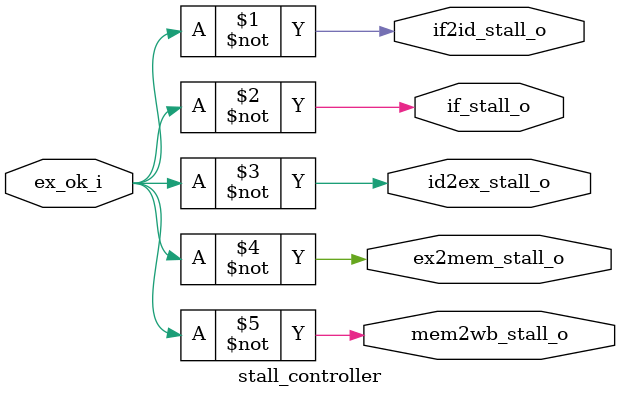
<source format=sv>
module stall_controller (
    input   logic           ex_ok_i,

    output  logic           if_stall_o,
    output  logic           if2id_stall_o,
    output  logic           id2ex_stall_o,
    output  logic           ex2mem_stall_o,
    output  logic           mem2wb_stall_o
);
    assign  if2id_stall_o = ~ex_ok_i;
    assign  if_stall_o  = ~ex_ok_i; // 当运算没有结束时stall
    assign  id2ex_stall_o  = ~ex_ok_i; // 当运算没有结束时stall
    assign  ex2mem_stall_o  = ~ex_ok_i; // 当运算没有结束时stall
    assign  mem2wb_stall_o = ~ex_ok_i; // 当运算没有结束时stall
    
endmodule
</source>
